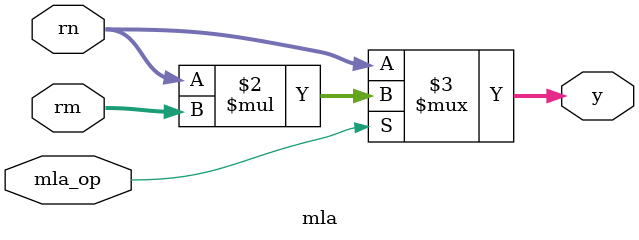
<source format=v>
module mla(rn,rm,mla_op,y);
	input wire[31:0] rn,rm;
	input wire mla_op;
	output wire [31:0] y;
	assign y = (mla_op == 1) ? rn*rm : rn;
endmodule
</source>
